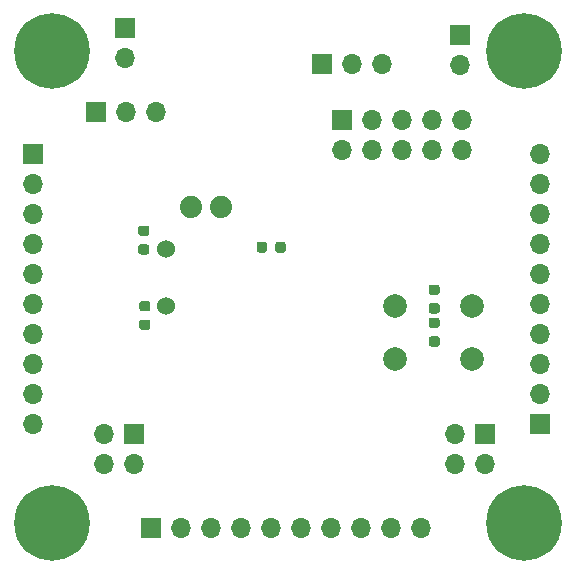
<source format=gbr>
%TF.GenerationSoftware,KiCad,Pcbnew,5.1.10-88a1d61d58~88~ubuntu20.04.1*%
%TF.CreationDate,2021-06-20T20:02:36+02:00*%
%TF.ProjectId,bluePillG,626c7565-5069-46c6-9c47-2e6b69636164,rev?*%
%TF.SameCoordinates,Original*%
%TF.FileFunction,Soldermask,Bot*%
%TF.FilePolarity,Negative*%
%FSLAX46Y46*%
G04 Gerber Fmt 4.6, Leading zero omitted, Abs format (unit mm)*
G04 Created by KiCad (PCBNEW 5.1.10-88a1d61d58~88~ubuntu20.04.1) date 2021-06-20 20:02:36*
%MOMM*%
%LPD*%
G01*
G04 APERTURE LIST*
%ADD10C,0.800000*%
%ADD11C,6.400000*%
%ADD12C,1.524000*%
%ADD13C,1.879600*%
%ADD14C,2.000000*%
%ADD15O,1.700000X1.700000*%
%ADD16R,1.700000X1.700000*%
G04 APERTURE END LIST*
D10*
%TO.C,H4*%
X75697056Y-85302944D03*
X74000000Y-84600000D03*
X72302944Y-85302944D03*
X71600000Y-87000000D03*
X72302944Y-88697056D03*
X74000000Y-89400000D03*
X75697056Y-88697056D03*
X76400000Y-87000000D03*
D11*
X74000000Y-87000000D03*
%TD*%
D10*
%TO.C,H3*%
X75697056Y-45302944D03*
X74000000Y-44600000D03*
X72302944Y-45302944D03*
X71600000Y-47000000D03*
X72302944Y-48697056D03*
X74000000Y-49400000D03*
X75697056Y-48697056D03*
X76400000Y-47000000D03*
D11*
X74000000Y-47000000D03*
%TD*%
D12*
%TO.C,Y2*%
X43700000Y-68626000D03*
X43700000Y-63800000D03*
%TD*%
D13*
%TO.C,Y1*%
X45800000Y-60200000D03*
X48340000Y-60200000D03*
%TD*%
D14*
%TO.C,SW1*%
X69600000Y-68600000D03*
X69600000Y-73100000D03*
X63100000Y-68600000D03*
X63100000Y-73100000D03*
%TD*%
%TO.C,R2*%
G36*
G01*
X66143750Y-68350000D02*
X66656250Y-68350000D01*
G75*
G02*
X66875000Y-68568750I0J-218750D01*
G01*
X66875000Y-69006250D01*
G75*
G02*
X66656250Y-69225000I-218750J0D01*
G01*
X66143750Y-69225000D01*
G75*
G02*
X65925000Y-69006250I0J218750D01*
G01*
X65925000Y-68568750D01*
G75*
G02*
X66143750Y-68350000I218750J0D01*
G01*
G37*
G36*
G01*
X66143750Y-66775000D02*
X66656250Y-66775000D01*
G75*
G02*
X66875000Y-66993750I0J-218750D01*
G01*
X66875000Y-67431250D01*
G75*
G02*
X66656250Y-67650000I-218750J0D01*
G01*
X66143750Y-67650000D01*
G75*
G02*
X65925000Y-67431250I0J218750D01*
G01*
X65925000Y-66993750D01*
G75*
G02*
X66143750Y-66775000I218750J0D01*
G01*
G37*
%TD*%
D15*
%TO.C,J10*%
X38460000Y-81940000D03*
X41000000Y-81940000D03*
X38460000Y-79400000D03*
D16*
X41000000Y-79400000D03*
%TD*%
D15*
%TO.C,J9*%
X68200000Y-81940000D03*
X70740000Y-81940000D03*
X68200000Y-79400000D03*
D16*
X70740000Y-79400000D03*
%TD*%
D15*
%TO.C,J8*%
X75400000Y-55740000D03*
X75400000Y-58280000D03*
X75400000Y-60820000D03*
X75400000Y-63360000D03*
X75400000Y-65900000D03*
X75400000Y-68440000D03*
X75400000Y-70980000D03*
X75400000Y-73520000D03*
X75400000Y-76060000D03*
D16*
X75400000Y-78600000D03*
%TD*%
D15*
%TO.C,J7*%
X65260000Y-87400000D03*
X62720000Y-87400000D03*
X60180000Y-87400000D03*
X57640000Y-87400000D03*
X55100000Y-87400000D03*
X52560000Y-87400000D03*
X50020000Y-87400000D03*
X47480000Y-87400000D03*
X44940000Y-87400000D03*
D16*
X42400000Y-87400000D03*
%TD*%
D15*
%TO.C,J6*%
X32400000Y-78540000D03*
X32400000Y-76000000D03*
X32400000Y-73460000D03*
X32400000Y-70920000D03*
X32400000Y-68380000D03*
X32400000Y-65840000D03*
X32400000Y-63300000D03*
X32400000Y-60760000D03*
X32400000Y-58220000D03*
D16*
X32400000Y-55680000D03*
%TD*%
D15*
%TO.C,J5*%
X68600000Y-48140000D03*
D16*
X68600000Y-45600000D03*
%TD*%
D15*
%TO.C,J4*%
X40200000Y-47600000D03*
D16*
X40200000Y-45060000D03*
%TD*%
D15*
%TO.C,J3*%
X61980000Y-48100000D03*
X59440000Y-48100000D03*
D16*
X56900000Y-48100000D03*
%TD*%
D15*
%TO.C,J2*%
X42880000Y-52200000D03*
X40340000Y-52200000D03*
D16*
X37800000Y-52200000D03*
%TD*%
D15*
%TO.C,J1*%
X68760000Y-55340000D03*
X68760000Y-52800000D03*
X66220000Y-55340000D03*
X66220000Y-52800000D03*
X63680000Y-55340000D03*
X63680000Y-52800000D03*
X61140000Y-55340000D03*
X61140000Y-52800000D03*
X58600000Y-55340000D03*
D16*
X58600000Y-52800000D03*
%TD*%
D10*
%TO.C,H2*%
X35697056Y-85302944D03*
X34000000Y-84600000D03*
X32302944Y-85302944D03*
X31600000Y-87000000D03*
X32302944Y-88697056D03*
X34000000Y-89400000D03*
X35697056Y-88697056D03*
X36400000Y-87000000D03*
D11*
X34000000Y-87000000D03*
%TD*%
D10*
%TO.C,H1*%
X35697056Y-45302944D03*
X34000000Y-44600000D03*
X32302944Y-45302944D03*
X31600000Y-47000000D03*
X32302944Y-48697056D03*
X34000000Y-49400000D03*
X35697056Y-48697056D03*
X36400000Y-47000000D03*
D11*
X34000000Y-47000000D03*
%TD*%
%TO.C,C19*%
G36*
G01*
X41643750Y-69737500D02*
X42156250Y-69737500D01*
G75*
G02*
X42375000Y-69956250I0J-218750D01*
G01*
X42375000Y-70393750D01*
G75*
G02*
X42156250Y-70612500I-218750J0D01*
G01*
X41643750Y-70612500D01*
G75*
G02*
X41425000Y-70393750I0J218750D01*
G01*
X41425000Y-69956250D01*
G75*
G02*
X41643750Y-69737500I218750J0D01*
G01*
G37*
G36*
G01*
X41643750Y-68162500D02*
X42156250Y-68162500D01*
G75*
G02*
X42375000Y-68381250I0J-218750D01*
G01*
X42375000Y-68818750D01*
G75*
G02*
X42156250Y-69037500I-218750J0D01*
G01*
X41643750Y-69037500D01*
G75*
G02*
X41425000Y-68818750I0J218750D01*
G01*
X41425000Y-68381250D01*
G75*
G02*
X41643750Y-68162500I218750J0D01*
G01*
G37*
%TD*%
%TO.C,C18*%
G36*
G01*
X42056250Y-62650000D02*
X41543750Y-62650000D01*
G75*
G02*
X41325000Y-62431250I0J218750D01*
G01*
X41325000Y-61993750D01*
G75*
G02*
X41543750Y-61775000I218750J0D01*
G01*
X42056250Y-61775000D01*
G75*
G02*
X42275000Y-61993750I0J-218750D01*
G01*
X42275000Y-62431250D01*
G75*
G02*
X42056250Y-62650000I-218750J0D01*
G01*
G37*
G36*
G01*
X42056250Y-64225000D02*
X41543750Y-64225000D01*
G75*
G02*
X41325000Y-64006250I0J218750D01*
G01*
X41325000Y-63568750D01*
G75*
G02*
X41543750Y-63350000I218750J0D01*
G01*
X42056250Y-63350000D01*
G75*
G02*
X42275000Y-63568750I0J-218750D01*
G01*
X42275000Y-64006250D01*
G75*
G02*
X42056250Y-64225000I-218750J0D01*
G01*
G37*
%TD*%
%TO.C,C15*%
G36*
G01*
X66143750Y-71150000D02*
X66656250Y-71150000D01*
G75*
G02*
X66875000Y-71368750I0J-218750D01*
G01*
X66875000Y-71806250D01*
G75*
G02*
X66656250Y-72025000I-218750J0D01*
G01*
X66143750Y-72025000D01*
G75*
G02*
X65925000Y-71806250I0J218750D01*
G01*
X65925000Y-71368750D01*
G75*
G02*
X66143750Y-71150000I218750J0D01*
G01*
G37*
G36*
G01*
X66143750Y-69575000D02*
X66656250Y-69575000D01*
G75*
G02*
X66875000Y-69793750I0J-218750D01*
G01*
X66875000Y-70231250D01*
G75*
G02*
X66656250Y-70450000I-218750J0D01*
G01*
X66143750Y-70450000D01*
G75*
G02*
X65925000Y-70231250I0J218750D01*
G01*
X65925000Y-69793750D01*
G75*
G02*
X66143750Y-69575000I218750J0D01*
G01*
G37*
%TD*%
%TO.C,C5*%
G36*
G01*
X52950000Y-63856250D02*
X52950000Y-63343750D01*
G75*
G02*
X53168750Y-63125000I218750J0D01*
G01*
X53606250Y-63125000D01*
G75*
G02*
X53825000Y-63343750I0J-218750D01*
G01*
X53825000Y-63856250D01*
G75*
G02*
X53606250Y-64075000I-218750J0D01*
G01*
X53168750Y-64075000D01*
G75*
G02*
X52950000Y-63856250I0J218750D01*
G01*
G37*
G36*
G01*
X51375000Y-63856250D02*
X51375000Y-63343750D01*
G75*
G02*
X51593750Y-63125000I218750J0D01*
G01*
X52031250Y-63125000D01*
G75*
G02*
X52250000Y-63343750I0J-218750D01*
G01*
X52250000Y-63856250D01*
G75*
G02*
X52031250Y-64075000I-218750J0D01*
G01*
X51593750Y-64075000D01*
G75*
G02*
X51375000Y-63856250I0J218750D01*
G01*
G37*
%TD*%
M02*

</source>
